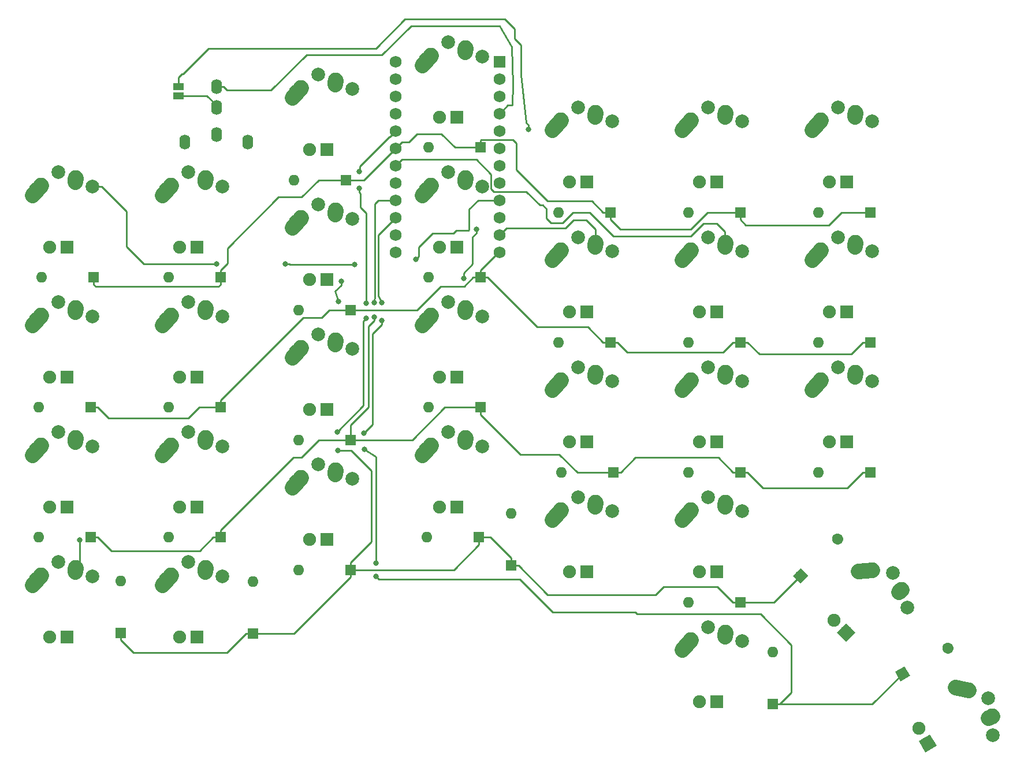
<source format=gbl>
G04 #@! TF.GenerationSoftware,KiCad,Pcbnew,(5.0.0)*
G04 #@! TF.CreationDate,2019-05-29T22:18:10-05:00*
G04 #@! TF.ProjectId,PCB,5043422E6B696361645F706362000000,rev?*
G04 #@! TF.SameCoordinates,Original*
G04 #@! TF.FileFunction,Copper,L2,Bot,Signal*
G04 #@! TF.FilePolarity,Positive*
%FSLAX46Y46*%
G04 Gerber Fmt 4.6, Leading zero omitted, Abs format (unit mm)*
G04 Created by KiCad (PCBNEW (5.0.0)) date 05/29/19 22:18:10*
%MOMM*%
%LPD*%
G01*
G04 APERTURE LIST*
G04 #@! TA.AperFunction,ComponentPad*
%ADD10C,2.250000*%
G04 #@! TD*
G04 #@! TA.AperFunction,Conductor*
%ADD11C,2.250000*%
G04 #@! TD*
G04 #@! TA.AperFunction,ComponentPad*
%ADD12C,2.000000*%
G04 #@! TD*
G04 #@! TA.AperFunction,ComponentPad*
%ADD13C,1.905000*%
G04 #@! TD*
G04 #@! TA.AperFunction,ComponentPad*
%ADD14R,1.905000X1.905000*%
G04 #@! TD*
G04 #@! TA.AperFunction,ComponentPad*
%ADD15R,1.600000X1.600000*%
G04 #@! TD*
G04 #@! TA.AperFunction,ComponentPad*
%ADD16O,1.600000X1.600000*%
G04 #@! TD*
G04 #@! TA.AperFunction,ComponentPad*
%ADD17C,1.600000*%
G04 #@! TD*
G04 #@! TA.AperFunction,Conductor*
%ADD18C,0.100000*%
G04 #@! TD*
G04 #@! TA.AperFunction,Conductor*
%ADD19C,1.600000*%
G04 #@! TD*
G04 #@! TA.AperFunction,ComponentPad*
%ADD20C,1.752600*%
G04 #@! TD*
G04 #@! TA.AperFunction,ComponentPad*
%ADD21R,1.752600X1.752600*%
G04 #@! TD*
G04 #@! TA.AperFunction,ComponentPad*
%ADD22O,1.600000X2.200000*%
G04 #@! TD*
G04 #@! TA.AperFunction,SMDPad,CuDef*
%ADD23R,1.500000X1.000000*%
G04 #@! TD*
G04 #@! TA.AperFunction,ViaPad*
%ADD24C,0.800000*%
G04 #@! TD*
G04 #@! TA.AperFunction,Conductor*
%ADD25C,0.250000*%
G04 #@! TD*
G04 APERTURE END LIST*
D10*
G04 #@! TO.P,K3,1*
G04 #@! TO.N,Col2*
X164444771Y-54741234D03*
D11*
G04 #@! TD*
G04 #@! TO.N,Col2*
G04 #@! TO.C,K3*
X164425000Y-55031250D02*
X164464542Y-54451218D01*
D10*
G04 #@! TO.P,K3,1*
G04 #@! TO.N,Col2*
X164465000Y-54451250D03*
G04 #@! TO.P,K3,2*
G04 #@! TO.N,Net-(D3-Pad2)*
X158769995Y-56261246D03*
D11*
G04 #@! TD*
G04 #@! TO.N,Net-(D3-Pad2)*
G04 #@! TO.C,K3*
X158115000Y-56991250D02*
X159424990Y-55531242D01*
D10*
G04 #@! TO.P,K3,2*
G04 #@! TO.N,Net-(D3-Pad2)*
X159425000Y-55531250D03*
D12*
G04 #@! TO.P,K3,1*
G04 #@! TO.N,Col2*
X166925000Y-55731250D03*
G04 #@! TO.P,K3,2*
G04 #@! TO.N,Net-(D3-Pad2)*
X161925000Y-53631250D03*
D13*
G04 #@! TO.P,K3,3*
G04 #@! TO.N,N/C*
X160655000Y-64611250D03*
D14*
G04 #@! TO.P,K3,4*
X163195000Y-64611250D03*
G04 #@! TD*
G04 #@! TO.P,K2,4*
G04 #@! TO.N,N/C*
X144145000Y-78898750D03*
D13*
G04 #@! TO.P,K2,3*
X141605000Y-78898750D03*
D12*
G04 #@! TO.P,K2,2*
G04 #@! TO.N,Net-(D2-Pad2)*
X142875000Y-67918750D03*
G04 #@! TO.P,K2,1*
G04 #@! TO.N,Col1*
X147875000Y-70018750D03*
D10*
G04 #@! TO.P,K2,2*
G04 #@! TO.N,Net-(D2-Pad2)*
X140375000Y-69818750D03*
X139719995Y-70548746D03*
D11*
G04 #@! TD*
G04 #@! TO.N,Net-(D2-Pad2)*
G04 #@! TO.C,K2*
X139065000Y-71278750D02*
X140374990Y-69818742D01*
D10*
G04 #@! TO.P,K2,1*
G04 #@! TO.N,Col1*
X145415000Y-68738750D03*
X145394771Y-69028734D03*
D11*
G04 #@! TD*
G04 #@! TO.N,Col1*
G04 #@! TO.C,K2*
X145375000Y-69318750D02*
X145414542Y-68738718D01*
D15*
G04 #@! TO.P,D1,1*
G04 #@! TO.N,Row0*
X129063750Y-83343750D03*
D16*
G04 #@! TO.P,D1,2*
G04 #@! TO.N,Net-(D1-Pad2)*
X121443750Y-83343750D03*
G04 #@! TD*
G04 #@! TO.P,D2,2*
G04 #@! TO.N,Net-(D2-Pad2)*
X140017500Y-83343750D03*
D15*
G04 #@! TO.P,D2,1*
G04 #@! TO.N,Row0*
X147637500Y-83343750D03*
G04 #@! TD*
G04 #@! TO.P,D3,1*
G04 #@! TO.N,Row0*
X165998389Y-69056250D03*
D16*
G04 #@! TO.P,D3,2*
G04 #@! TO.N,Net-(D3-Pad2)*
X158378389Y-69056250D03*
G04 #@! TD*
G04 #@! TO.P,D4,2*
G04 #@! TO.N,Net-(D4-Pad2)*
X178117500Y-64293750D03*
D15*
G04 #@! TO.P,D4,1*
G04 #@! TO.N,Row0*
X185737500Y-64293750D03*
G04 #@! TD*
G04 #@! TO.P,D5,1*
G04 #@! TO.N,Row0*
X204787500Y-73818750D03*
D16*
G04 #@! TO.P,D5,2*
G04 #@! TO.N,Net-(D5-Pad2)*
X197167500Y-73818750D03*
G04 #@! TD*
G04 #@! TO.P,D6,2*
G04 #@! TO.N,Net-(D6-Pad2)*
X216217500Y-73818750D03*
D15*
G04 #@! TO.P,D6,1*
G04 #@! TO.N,Row0*
X223837500Y-73818750D03*
G04 #@! TD*
G04 #@! TO.P,D7,1*
G04 #@! TO.N,Row0*
X242887500Y-73818750D03*
D16*
G04 #@! TO.P,D7,2*
G04 #@! TO.N,Net-(D7-Pad2)*
X235267500Y-73818750D03*
G04 #@! TD*
G04 #@! TO.P,D8,2*
G04 #@! TO.N,Net-(D8-Pad2)*
X120967500Y-102393750D03*
D15*
G04 #@! TO.P,D8,1*
G04 #@! TO.N,Row1*
X128587500Y-102393750D03*
G04 #@! TD*
G04 #@! TO.P,D9,1*
G04 #@! TO.N,Row1*
X147637500Y-102393750D03*
D16*
G04 #@! TO.P,D9,2*
G04 #@! TO.N,Net-(D9-Pad2)*
X140017500Y-102393750D03*
G04 #@! TD*
G04 #@! TO.P,D10,2*
G04 #@! TO.N,Net-(D10-Pad2)*
X159067500Y-88106250D03*
D15*
G04 #@! TO.P,D10,1*
G04 #@! TO.N,Row1*
X166687500Y-88106250D03*
G04 #@! TD*
G04 #@! TO.P,D11,1*
G04 #@! TO.N,Row1*
X185737500Y-83343750D03*
D16*
G04 #@! TO.P,D11,2*
G04 #@! TO.N,Net-(D11-Pad2)*
X178117500Y-83343750D03*
G04 #@! TD*
G04 #@! TO.P,D12,2*
G04 #@! TO.N,Net-(D12-Pad2)*
X197167500Y-92868750D03*
D15*
G04 #@! TO.P,D12,1*
G04 #@! TO.N,Row1*
X204787500Y-92868750D03*
G04 #@! TD*
G04 #@! TO.P,D13,1*
G04 #@! TO.N,Row1*
X223837500Y-92868750D03*
D16*
G04 #@! TO.P,D13,2*
G04 #@! TO.N,Net-(D13-Pad2)*
X216217500Y-92868750D03*
G04 #@! TD*
G04 #@! TO.P,D14,2*
G04 #@! TO.N,Net-(D14-Pad2)*
X235267500Y-92868750D03*
D15*
G04 #@! TO.P,D14,1*
G04 #@! TO.N,Row1*
X242887500Y-92868750D03*
G04 #@! TD*
G04 #@! TO.P,D15,1*
G04 #@! TO.N,Row2*
X128587500Y-121443750D03*
D16*
G04 #@! TO.P,D15,2*
G04 #@! TO.N,Net-(D15-Pad2)*
X120967500Y-121443750D03*
G04 #@! TD*
G04 #@! TO.P,D16,2*
G04 #@! TO.N,Net-(D16-Pad2)*
X140017500Y-121443750D03*
D15*
G04 #@! TO.P,D16,1*
G04 #@! TO.N,Row2*
X147637500Y-121443750D03*
G04 #@! TD*
G04 #@! TO.P,D17,1*
G04 #@! TO.N,Row2*
X166687500Y-107156250D03*
D16*
G04 #@! TO.P,D17,2*
G04 #@! TO.N,Net-(D17-Pad2)*
X159067500Y-107156250D03*
G04 #@! TD*
G04 #@! TO.P,D18,2*
G04 #@! TO.N,Net-(D18-Pad2)*
X178117500Y-102393750D03*
D15*
G04 #@! TO.P,D18,1*
G04 #@! TO.N,Row2*
X185737500Y-102393750D03*
G04 #@! TD*
G04 #@! TO.P,D19,1*
G04 #@! TO.N,Row2*
X205263750Y-111918750D03*
D16*
G04 #@! TO.P,D19,2*
G04 #@! TO.N,Net-(D19-Pad2)*
X197643750Y-111918750D03*
G04 #@! TD*
G04 #@! TO.P,D20,2*
G04 #@! TO.N,Net-(D20-Pad2)*
X216217500Y-111918750D03*
D15*
G04 #@! TO.P,D20,1*
G04 #@! TO.N,Row2*
X223837500Y-111918750D03*
G04 #@! TD*
G04 #@! TO.P,D21,1*
G04 #@! TO.N,Row2*
X242887500Y-111918750D03*
D16*
G04 #@! TO.P,D21,2*
G04 #@! TO.N,Net-(D21-Pad2)*
X235267500Y-111918750D03*
G04 #@! TD*
G04 #@! TO.P,D22,2*
G04 #@! TO.N,Net-(D22-Pad2)*
X133050000Y-127810000D03*
D15*
G04 #@! TO.P,D22,1*
G04 #@! TO.N,Row3*
X133050000Y-135430000D03*
G04 #@! TD*
G04 #@! TO.P,D23,1*
G04 #@! TO.N,Row3*
X152420000Y-135550000D03*
D16*
G04 #@! TO.P,D23,2*
G04 #@! TO.N,Net-(D23-Pad2)*
X152420000Y-127930000D03*
G04 #@! TD*
D15*
G04 #@! TO.P,D24,1*
G04 #@! TO.N,Row3*
X166687500Y-126206250D03*
D16*
G04 #@! TO.P,D24,2*
G04 #@! TO.N,Net-(D24-Pad2)*
X159067500Y-126206250D03*
G04 #@! TD*
G04 #@! TO.P,D25,2*
G04 #@! TO.N,Net-(D25-Pad2)*
X177918390Y-121443750D03*
D15*
G04 #@! TO.P,D25,1*
G04 #@! TO.N,Row3*
X185538390Y-121443750D03*
G04 #@! TD*
G04 #@! TO.P,D26,1*
G04 #@! TO.N,Row3*
X190260000Y-125540000D03*
D16*
G04 #@! TO.P,D26,2*
G04 #@! TO.N,Net-(D26-Pad2)*
X190260000Y-117920000D03*
G04 #@! TD*
G04 #@! TO.P,D27,2*
G04 #@! TO.N,Net-(D27-Pad2)*
X216217500Y-130968750D03*
D15*
G04 #@! TO.P,D27,1*
G04 #@! TO.N,Row3*
X223837500Y-130968750D03*
G04 #@! TD*
D17*
G04 #@! TO.P,D28,1*
G04 #@! TO.N,Row3*
X232680000Y-127080000D03*
D18*
G04 #@! TD*
G04 #@! TO.N,Row3*
G04 #@! TO.C,D28*
G36*
X232680000Y-128211371D02*
X231548629Y-127080000D01*
X232680000Y-125948629D01*
X233811371Y-127080000D01*
X232680000Y-128211371D01*
X232680000Y-128211371D01*
G37*
D17*
G04 #@! TO.P,D28,2*
G04 #@! TO.N,Net-(D28-Pad2)*
X238068154Y-121691846D03*
D19*
G04 #@! TD*
G04 #@! TO.N,Net-(D28-Pad2)*
G04 #@! TO.C,D28*
X238068154Y-121691846D02*
X238068154Y-121691846D01*
D16*
G04 #@! TO.P,D29,2*
G04 #@! TO.N,Net-(D29-Pad2)*
X228600000Y-138280000D03*
D15*
G04 #@! TO.P,D29,1*
G04 #@! TO.N,Row4*
X228600000Y-145900000D03*
G04 #@! TD*
D17*
G04 #@! TO.P,D30,2*
G04 #@! TO.N,Net-(D30-Pad2)*
X254229114Y-137660000D03*
D19*
G04 #@! TD*
G04 #@! TO.N,Net-(D30-Pad2)*
G04 #@! TO.C,D30*
X254229114Y-137660000D02*
X254229114Y-137660000D01*
D17*
G04 #@! TO.P,D30,1*
G04 #@! TO.N,Row4*
X247630000Y-141470000D03*
D18*
G04 #@! TD*
G04 #@! TO.N,Row4*
G04 #@! TO.C,D30*
G36*
X247337180Y-142562820D02*
X246537180Y-141177180D01*
X247922820Y-140377180D01*
X248722820Y-141762820D01*
X247337180Y-142562820D01*
X247337180Y-142562820D01*
G37*
D14*
G04 #@! TO.P,K1,4*
G04 #@! TO.N,N/C*
X125095000Y-78898750D03*
D13*
G04 #@! TO.P,K1,3*
X122555000Y-78898750D03*
D12*
G04 #@! TO.P,K1,2*
G04 #@! TO.N,Net-(D1-Pad2)*
X123825000Y-67918750D03*
G04 #@! TO.P,K1,1*
G04 #@! TO.N,Col0*
X128825000Y-70018750D03*
D10*
G04 #@! TO.P,K1,2*
G04 #@! TO.N,Net-(D1-Pad2)*
X121325000Y-69818750D03*
X120669995Y-70548746D03*
D11*
G04 #@! TD*
G04 #@! TO.N,Net-(D1-Pad2)*
G04 #@! TO.C,K1*
X120015000Y-71278750D02*
X121324990Y-69818742D01*
D10*
G04 #@! TO.P,K1,1*
G04 #@! TO.N,Col0*
X126365000Y-68738750D03*
X126344771Y-69028734D03*
D11*
G04 #@! TD*
G04 #@! TO.N,Col0*
G04 #@! TO.C,K1*
X126325000Y-69318750D02*
X126364542Y-68738718D01*
D14*
G04 #@! TO.P,K4,4*
G04 #@! TO.N,N/C*
X182245000Y-59848750D03*
D13*
G04 #@! TO.P,K4,3*
X179705000Y-59848750D03*
D12*
G04 #@! TO.P,K4,2*
G04 #@! TO.N,Net-(D4-Pad2)*
X180975000Y-48868750D03*
G04 #@! TO.P,K4,1*
G04 #@! TO.N,Col3*
X185975000Y-50968750D03*
D10*
G04 #@! TO.P,K4,2*
G04 #@! TO.N,Net-(D4-Pad2)*
X178475000Y-50768750D03*
X177819995Y-51498746D03*
D11*
G04 #@! TD*
G04 #@! TO.N,Net-(D4-Pad2)*
G04 #@! TO.C,K4*
X177165000Y-52228750D02*
X178474990Y-50768742D01*
D10*
G04 #@! TO.P,K4,1*
G04 #@! TO.N,Col3*
X183515000Y-49688750D03*
X183494771Y-49978734D03*
D11*
G04 #@! TD*
G04 #@! TO.N,Col3*
G04 #@! TO.C,K4*
X183475000Y-50268750D02*
X183514542Y-49688718D01*
D10*
G04 #@! TO.P,K5,1*
G04 #@! TO.N,Col4*
X202544771Y-59503734D03*
D11*
G04 #@! TD*
G04 #@! TO.N,Col4*
G04 #@! TO.C,K5*
X202525000Y-59793750D02*
X202564542Y-59213718D01*
D10*
G04 #@! TO.P,K5,1*
G04 #@! TO.N,Col4*
X202565000Y-59213750D03*
G04 #@! TO.P,K5,2*
G04 #@! TO.N,Net-(D5-Pad2)*
X196869995Y-61023746D03*
D11*
G04 #@! TD*
G04 #@! TO.N,Net-(D5-Pad2)*
G04 #@! TO.C,K5*
X196215000Y-61753750D02*
X197524990Y-60293742D01*
D10*
G04 #@! TO.P,K5,2*
G04 #@! TO.N,Net-(D5-Pad2)*
X197525000Y-60293750D03*
D12*
G04 #@! TO.P,K5,1*
G04 #@! TO.N,Col4*
X205025000Y-60493750D03*
G04 #@! TO.P,K5,2*
G04 #@! TO.N,Net-(D5-Pad2)*
X200025000Y-58393750D03*
D13*
G04 #@! TO.P,K5,3*
G04 #@! TO.N,N/C*
X198755000Y-69373750D03*
D14*
G04 #@! TO.P,K5,4*
X201295000Y-69373750D03*
G04 #@! TD*
G04 #@! TO.P,K6,4*
G04 #@! TO.N,N/C*
X220345000Y-69373750D03*
D13*
G04 #@! TO.P,K6,3*
X217805000Y-69373750D03*
D12*
G04 #@! TO.P,K6,2*
G04 #@! TO.N,Net-(D6-Pad2)*
X219075000Y-58393750D03*
G04 #@! TO.P,K6,1*
G04 #@! TO.N,Col5*
X224075000Y-60493750D03*
D10*
G04 #@! TO.P,K6,2*
G04 #@! TO.N,Net-(D6-Pad2)*
X216575000Y-60293750D03*
X215919995Y-61023746D03*
D11*
G04 #@! TD*
G04 #@! TO.N,Net-(D6-Pad2)*
G04 #@! TO.C,K6*
X215265000Y-61753750D02*
X216574990Y-60293742D01*
D10*
G04 #@! TO.P,K6,1*
G04 #@! TO.N,Col5*
X221615000Y-59213750D03*
X221594771Y-59503734D03*
D11*
G04 #@! TD*
G04 #@! TO.N,Col5*
G04 #@! TO.C,K6*
X221575000Y-59793750D02*
X221614542Y-59213718D01*
D10*
G04 #@! TO.P,K7,1*
G04 #@! TO.N,Col6*
X240644771Y-59503734D03*
D11*
G04 #@! TD*
G04 #@! TO.N,Col6*
G04 #@! TO.C,K7*
X240625000Y-59793750D02*
X240664542Y-59213718D01*
D10*
G04 #@! TO.P,K7,1*
G04 #@! TO.N,Col6*
X240665000Y-59213750D03*
G04 #@! TO.P,K7,2*
G04 #@! TO.N,Net-(D7-Pad2)*
X234969995Y-61023746D03*
D11*
G04 #@! TD*
G04 #@! TO.N,Net-(D7-Pad2)*
G04 #@! TO.C,K7*
X234315000Y-61753750D02*
X235624990Y-60293742D01*
D10*
G04 #@! TO.P,K7,2*
G04 #@! TO.N,Net-(D7-Pad2)*
X235625000Y-60293750D03*
D12*
G04 #@! TO.P,K7,1*
G04 #@! TO.N,Col6*
X243125000Y-60493750D03*
G04 #@! TO.P,K7,2*
G04 #@! TO.N,Net-(D7-Pad2)*
X238125000Y-58393750D03*
D13*
G04 #@! TO.P,K7,3*
G04 #@! TO.N,N/C*
X236855000Y-69373750D03*
D14*
G04 #@! TO.P,K7,4*
X239395000Y-69373750D03*
G04 #@! TD*
D10*
G04 #@! TO.P,K8,1*
G04 #@! TO.N,Col0*
X126344771Y-88078734D03*
D11*
G04 #@! TD*
G04 #@! TO.N,Col0*
G04 #@! TO.C,K8*
X126325000Y-88368750D02*
X126364542Y-87788718D01*
D10*
G04 #@! TO.P,K8,1*
G04 #@! TO.N,Col0*
X126365000Y-87788750D03*
G04 #@! TO.P,K8,2*
G04 #@! TO.N,Net-(D8-Pad2)*
X120669995Y-89598746D03*
D11*
G04 #@! TD*
G04 #@! TO.N,Net-(D8-Pad2)*
G04 #@! TO.C,K8*
X120015000Y-90328750D02*
X121324990Y-88868742D01*
D10*
G04 #@! TO.P,K8,2*
G04 #@! TO.N,Net-(D8-Pad2)*
X121325000Y-88868750D03*
D12*
G04 #@! TO.P,K8,1*
G04 #@! TO.N,Col0*
X128825000Y-89068750D03*
G04 #@! TO.P,K8,2*
G04 #@! TO.N,Net-(D8-Pad2)*
X123825000Y-86968750D03*
D13*
G04 #@! TO.P,K8,3*
G04 #@! TO.N,N/C*
X122555000Y-97948750D03*
D14*
G04 #@! TO.P,K8,4*
X125095000Y-97948750D03*
G04 #@! TD*
G04 #@! TO.P,K9,4*
G04 #@! TO.N,N/C*
X144145000Y-97948750D03*
D13*
G04 #@! TO.P,K9,3*
X141605000Y-97948750D03*
D12*
G04 #@! TO.P,K9,2*
G04 #@! TO.N,Net-(D9-Pad2)*
X142875000Y-86968750D03*
G04 #@! TO.P,K9,1*
G04 #@! TO.N,Col1*
X147875000Y-89068750D03*
D10*
G04 #@! TO.P,K9,2*
G04 #@! TO.N,Net-(D9-Pad2)*
X140375000Y-88868750D03*
X139719995Y-89598746D03*
D11*
G04 #@! TD*
G04 #@! TO.N,Net-(D9-Pad2)*
G04 #@! TO.C,K9*
X139065000Y-90328750D02*
X140374990Y-88868742D01*
D10*
G04 #@! TO.P,K9,1*
G04 #@! TO.N,Col1*
X145415000Y-87788750D03*
X145394771Y-88078734D03*
D11*
G04 #@! TD*
G04 #@! TO.N,Col1*
G04 #@! TO.C,K9*
X145375000Y-88368750D02*
X145414542Y-87788718D01*
D10*
G04 #@! TO.P,K10,1*
G04 #@! TO.N,Col2*
X164444771Y-73791234D03*
D11*
G04 #@! TD*
G04 #@! TO.N,Col2*
G04 #@! TO.C,K10*
X164425000Y-74081250D02*
X164464542Y-73501218D01*
D10*
G04 #@! TO.P,K10,1*
G04 #@! TO.N,Col2*
X164465000Y-73501250D03*
G04 #@! TO.P,K10,2*
G04 #@! TO.N,Net-(D10-Pad2)*
X158769995Y-75311246D03*
D11*
G04 #@! TD*
G04 #@! TO.N,Net-(D10-Pad2)*
G04 #@! TO.C,K10*
X158115000Y-76041250D02*
X159424990Y-74581242D01*
D10*
G04 #@! TO.P,K10,2*
G04 #@! TO.N,Net-(D10-Pad2)*
X159425000Y-74581250D03*
D12*
G04 #@! TO.P,K10,1*
G04 #@! TO.N,Col2*
X166925000Y-74781250D03*
G04 #@! TO.P,K10,2*
G04 #@! TO.N,Net-(D10-Pad2)*
X161925000Y-72681250D03*
D13*
G04 #@! TO.P,K10,3*
G04 #@! TO.N,N/C*
X160655000Y-83661250D03*
D14*
G04 #@! TO.P,K10,4*
X163195000Y-83661250D03*
G04 #@! TD*
G04 #@! TO.P,K11,4*
G04 #@! TO.N,N/C*
X182245000Y-78898750D03*
D13*
G04 #@! TO.P,K11,3*
X179705000Y-78898750D03*
D12*
G04 #@! TO.P,K11,2*
G04 #@! TO.N,Net-(D11-Pad2)*
X180975000Y-67918750D03*
G04 #@! TO.P,K11,1*
G04 #@! TO.N,Col3*
X185975000Y-70018750D03*
D10*
G04 #@! TO.P,K11,2*
G04 #@! TO.N,Net-(D11-Pad2)*
X178475000Y-69818750D03*
X177819995Y-70548746D03*
D11*
G04 #@! TD*
G04 #@! TO.N,Net-(D11-Pad2)*
G04 #@! TO.C,K11*
X177165000Y-71278750D02*
X178474990Y-69818742D01*
D10*
G04 #@! TO.P,K11,1*
G04 #@! TO.N,Col3*
X183515000Y-68738750D03*
X183494771Y-69028734D03*
D11*
G04 #@! TD*
G04 #@! TO.N,Col3*
G04 #@! TO.C,K11*
X183475000Y-69318750D02*
X183514542Y-68738718D01*
D10*
G04 #@! TO.P,K12,1*
G04 #@! TO.N,Col4*
X202544771Y-78553734D03*
D11*
G04 #@! TD*
G04 #@! TO.N,Col4*
G04 #@! TO.C,K12*
X202525000Y-78843750D02*
X202564542Y-78263718D01*
D10*
G04 #@! TO.P,K12,1*
G04 #@! TO.N,Col4*
X202565000Y-78263750D03*
G04 #@! TO.P,K12,2*
G04 #@! TO.N,Net-(D12-Pad2)*
X196869995Y-80073746D03*
D11*
G04 #@! TD*
G04 #@! TO.N,Net-(D12-Pad2)*
G04 #@! TO.C,K12*
X196215000Y-80803750D02*
X197524990Y-79343742D01*
D10*
G04 #@! TO.P,K12,2*
G04 #@! TO.N,Net-(D12-Pad2)*
X197525000Y-79343750D03*
D12*
G04 #@! TO.P,K12,1*
G04 #@! TO.N,Col4*
X205025000Y-79543750D03*
G04 #@! TO.P,K12,2*
G04 #@! TO.N,Net-(D12-Pad2)*
X200025000Y-77443750D03*
D13*
G04 #@! TO.P,K12,3*
G04 #@! TO.N,N/C*
X198755000Y-88423750D03*
D14*
G04 #@! TO.P,K12,4*
X201295000Y-88423750D03*
G04 #@! TD*
G04 #@! TO.P,K13,4*
G04 #@! TO.N,N/C*
X220345000Y-88423750D03*
D13*
G04 #@! TO.P,K13,3*
X217805000Y-88423750D03*
D12*
G04 #@! TO.P,K13,2*
G04 #@! TO.N,Net-(D13-Pad2)*
X219075000Y-77443750D03*
G04 #@! TO.P,K13,1*
G04 #@! TO.N,Col5*
X224075000Y-79543750D03*
D10*
G04 #@! TO.P,K13,2*
G04 #@! TO.N,Net-(D13-Pad2)*
X216575000Y-79343750D03*
X215919995Y-80073746D03*
D11*
G04 #@! TD*
G04 #@! TO.N,Net-(D13-Pad2)*
G04 #@! TO.C,K13*
X215265000Y-80803750D02*
X216574990Y-79343742D01*
D10*
G04 #@! TO.P,K13,1*
G04 #@! TO.N,Col5*
X221615000Y-78263750D03*
X221594771Y-78553734D03*
D11*
G04 #@! TD*
G04 #@! TO.N,Col5*
G04 #@! TO.C,K13*
X221575000Y-78843750D02*
X221614542Y-78263718D01*
D10*
G04 #@! TO.P,K14,1*
G04 #@! TO.N,Col6*
X240644771Y-78553734D03*
D11*
G04 #@! TD*
G04 #@! TO.N,Col6*
G04 #@! TO.C,K14*
X240625000Y-78843750D02*
X240664542Y-78263718D01*
D10*
G04 #@! TO.P,K14,1*
G04 #@! TO.N,Col6*
X240665000Y-78263750D03*
G04 #@! TO.P,K14,2*
G04 #@! TO.N,Net-(D14-Pad2)*
X234969995Y-80073746D03*
D11*
G04 #@! TD*
G04 #@! TO.N,Net-(D14-Pad2)*
G04 #@! TO.C,K14*
X234315000Y-80803750D02*
X235624990Y-79343742D01*
D10*
G04 #@! TO.P,K14,2*
G04 #@! TO.N,Net-(D14-Pad2)*
X235625000Y-79343750D03*
D12*
G04 #@! TO.P,K14,1*
G04 #@! TO.N,Col6*
X243125000Y-79543750D03*
G04 #@! TO.P,K14,2*
G04 #@! TO.N,Net-(D14-Pad2)*
X238125000Y-77443750D03*
D13*
G04 #@! TO.P,K14,3*
G04 #@! TO.N,N/C*
X236855000Y-88423750D03*
D14*
G04 #@! TO.P,K14,4*
X239395000Y-88423750D03*
G04 #@! TD*
G04 #@! TO.P,K15,4*
G04 #@! TO.N,N/C*
X125095000Y-116998750D03*
D13*
G04 #@! TO.P,K15,3*
X122555000Y-116998750D03*
D12*
G04 #@! TO.P,K15,2*
G04 #@! TO.N,Net-(D15-Pad2)*
X123825000Y-106018750D03*
G04 #@! TO.P,K15,1*
G04 #@! TO.N,Col0*
X128825000Y-108118750D03*
D10*
G04 #@! TO.P,K15,2*
G04 #@! TO.N,Net-(D15-Pad2)*
X121325000Y-107918750D03*
X120669995Y-108648746D03*
D11*
G04 #@! TD*
G04 #@! TO.N,Net-(D15-Pad2)*
G04 #@! TO.C,K15*
X120015000Y-109378750D02*
X121324990Y-107918742D01*
D10*
G04 #@! TO.P,K15,1*
G04 #@! TO.N,Col0*
X126365000Y-106838750D03*
X126344771Y-107128734D03*
D11*
G04 #@! TD*
G04 #@! TO.N,Col0*
G04 #@! TO.C,K15*
X126325000Y-107418750D02*
X126364542Y-106838718D01*
D10*
G04 #@! TO.P,K16,1*
G04 #@! TO.N,Col1*
X145394771Y-107128734D03*
D11*
G04 #@! TD*
G04 #@! TO.N,Col1*
G04 #@! TO.C,K16*
X145375000Y-107418750D02*
X145414542Y-106838718D01*
D10*
G04 #@! TO.P,K16,1*
G04 #@! TO.N,Col1*
X145415000Y-106838750D03*
G04 #@! TO.P,K16,2*
G04 #@! TO.N,Net-(D16-Pad2)*
X139719995Y-108648746D03*
D11*
G04 #@! TD*
G04 #@! TO.N,Net-(D16-Pad2)*
G04 #@! TO.C,K16*
X139065000Y-109378750D02*
X140374990Y-107918742D01*
D10*
G04 #@! TO.P,K16,2*
G04 #@! TO.N,Net-(D16-Pad2)*
X140375000Y-107918750D03*
D12*
G04 #@! TO.P,K16,1*
G04 #@! TO.N,Col1*
X147875000Y-108118750D03*
G04 #@! TO.P,K16,2*
G04 #@! TO.N,Net-(D16-Pad2)*
X142875000Y-106018750D03*
D13*
G04 #@! TO.P,K16,3*
G04 #@! TO.N,N/C*
X141605000Y-116998750D03*
D14*
G04 #@! TO.P,K16,4*
X144145000Y-116998750D03*
G04 #@! TD*
D10*
G04 #@! TO.P,K17,1*
G04 #@! TO.N,Col2*
X164444771Y-92841234D03*
D11*
G04 #@! TD*
G04 #@! TO.N,Col2*
G04 #@! TO.C,K17*
X164425000Y-93131250D02*
X164464542Y-92551218D01*
D10*
G04 #@! TO.P,K17,1*
G04 #@! TO.N,Col2*
X164465000Y-92551250D03*
G04 #@! TO.P,K17,2*
G04 #@! TO.N,Net-(D17-Pad2)*
X158769995Y-94361246D03*
D11*
G04 #@! TD*
G04 #@! TO.N,Net-(D17-Pad2)*
G04 #@! TO.C,K17*
X158115000Y-95091250D02*
X159424990Y-93631242D01*
D10*
G04 #@! TO.P,K17,2*
G04 #@! TO.N,Net-(D17-Pad2)*
X159425000Y-93631250D03*
D12*
G04 #@! TO.P,K17,1*
G04 #@! TO.N,Col2*
X166925000Y-93831250D03*
G04 #@! TO.P,K17,2*
G04 #@! TO.N,Net-(D17-Pad2)*
X161925000Y-91731250D03*
D13*
G04 #@! TO.P,K17,3*
G04 #@! TO.N,N/C*
X160655000Y-102711250D03*
D14*
G04 #@! TO.P,K17,4*
X163195000Y-102711250D03*
G04 #@! TD*
G04 #@! TO.P,K18,4*
G04 #@! TO.N,N/C*
X182245000Y-97948750D03*
D13*
G04 #@! TO.P,K18,3*
X179705000Y-97948750D03*
D12*
G04 #@! TO.P,K18,2*
G04 #@! TO.N,Net-(D18-Pad2)*
X180975000Y-86968750D03*
G04 #@! TO.P,K18,1*
G04 #@! TO.N,Col3*
X185975000Y-89068750D03*
D10*
G04 #@! TO.P,K18,2*
G04 #@! TO.N,Net-(D18-Pad2)*
X178475000Y-88868750D03*
X177819995Y-89598746D03*
D11*
G04 #@! TD*
G04 #@! TO.N,Net-(D18-Pad2)*
G04 #@! TO.C,K18*
X177165000Y-90328750D02*
X178474990Y-88868742D01*
D10*
G04 #@! TO.P,K18,1*
G04 #@! TO.N,Col3*
X183515000Y-87788750D03*
X183494771Y-88078734D03*
D11*
G04 #@! TD*
G04 #@! TO.N,Col3*
G04 #@! TO.C,K18*
X183475000Y-88368750D02*
X183514542Y-87788718D01*
D10*
G04 #@! TO.P,K19,1*
G04 #@! TO.N,Col4*
X202544771Y-97603734D03*
D11*
G04 #@! TD*
G04 #@! TO.N,Col4*
G04 #@! TO.C,K19*
X202525000Y-97893750D02*
X202564542Y-97313718D01*
D10*
G04 #@! TO.P,K19,1*
G04 #@! TO.N,Col4*
X202565000Y-97313750D03*
G04 #@! TO.P,K19,2*
G04 #@! TO.N,Net-(D19-Pad2)*
X196869995Y-99123746D03*
D11*
G04 #@! TD*
G04 #@! TO.N,Net-(D19-Pad2)*
G04 #@! TO.C,K19*
X196215000Y-99853750D02*
X197524990Y-98393742D01*
D10*
G04 #@! TO.P,K19,2*
G04 #@! TO.N,Net-(D19-Pad2)*
X197525000Y-98393750D03*
D12*
G04 #@! TO.P,K19,1*
G04 #@! TO.N,Col4*
X205025000Y-98593750D03*
G04 #@! TO.P,K19,2*
G04 #@! TO.N,Net-(D19-Pad2)*
X200025000Y-96493750D03*
D13*
G04 #@! TO.P,K19,3*
G04 #@! TO.N,N/C*
X198755000Y-107473750D03*
D14*
G04 #@! TO.P,K19,4*
X201295000Y-107473750D03*
G04 #@! TD*
G04 #@! TO.P,K20,4*
G04 #@! TO.N,N/C*
X220345000Y-107473750D03*
D13*
G04 #@! TO.P,K20,3*
X217805000Y-107473750D03*
D12*
G04 #@! TO.P,K20,2*
G04 #@! TO.N,Net-(D20-Pad2)*
X219075000Y-96493750D03*
G04 #@! TO.P,K20,1*
G04 #@! TO.N,Col5*
X224075000Y-98593750D03*
D10*
G04 #@! TO.P,K20,2*
G04 #@! TO.N,Net-(D20-Pad2)*
X216575000Y-98393750D03*
X215919995Y-99123746D03*
D11*
G04 #@! TD*
G04 #@! TO.N,Net-(D20-Pad2)*
G04 #@! TO.C,K20*
X215265000Y-99853750D02*
X216574990Y-98393742D01*
D10*
G04 #@! TO.P,K20,1*
G04 #@! TO.N,Col5*
X221615000Y-97313750D03*
X221594771Y-97603734D03*
D11*
G04 #@! TD*
G04 #@! TO.N,Col5*
G04 #@! TO.C,K20*
X221575000Y-97893750D02*
X221614542Y-97313718D01*
D10*
G04 #@! TO.P,K21,1*
G04 #@! TO.N,Col6*
X240644771Y-97603734D03*
D11*
G04 #@! TD*
G04 #@! TO.N,Col6*
G04 #@! TO.C,K21*
X240625000Y-97893750D02*
X240664542Y-97313718D01*
D10*
G04 #@! TO.P,K21,1*
G04 #@! TO.N,Col6*
X240665000Y-97313750D03*
G04 #@! TO.P,K21,2*
G04 #@! TO.N,Net-(D21-Pad2)*
X234969995Y-99123746D03*
D11*
G04 #@! TD*
G04 #@! TO.N,Net-(D21-Pad2)*
G04 #@! TO.C,K21*
X234315000Y-99853750D02*
X235624990Y-98393742D01*
D10*
G04 #@! TO.P,K21,2*
G04 #@! TO.N,Net-(D21-Pad2)*
X235625000Y-98393750D03*
D12*
G04 #@! TO.P,K21,1*
G04 #@! TO.N,Col6*
X243125000Y-98593750D03*
G04 #@! TO.P,K21,2*
G04 #@! TO.N,Net-(D21-Pad2)*
X238125000Y-96493750D03*
D13*
G04 #@! TO.P,K21,3*
G04 #@! TO.N,N/C*
X236855000Y-107473750D03*
D14*
G04 #@! TO.P,K21,4*
X239395000Y-107473750D03*
G04 #@! TD*
G04 #@! TO.P,K22,4*
G04 #@! TO.N,N/C*
X125095000Y-136048750D03*
D13*
G04 #@! TO.P,K22,3*
X122555000Y-136048750D03*
D12*
G04 #@! TO.P,K22,2*
G04 #@! TO.N,Net-(D22-Pad2)*
X123825000Y-125068750D03*
G04 #@! TO.P,K22,1*
G04 #@! TO.N,Col0*
X128825000Y-127168750D03*
D10*
G04 #@! TO.P,K22,2*
G04 #@! TO.N,Net-(D22-Pad2)*
X121325000Y-126968750D03*
X120669995Y-127698746D03*
D11*
G04 #@! TD*
G04 #@! TO.N,Net-(D22-Pad2)*
G04 #@! TO.C,K22*
X120015000Y-128428750D02*
X121324990Y-126968742D01*
D10*
G04 #@! TO.P,K22,1*
G04 #@! TO.N,Col0*
X126365000Y-125888750D03*
X126344771Y-126178734D03*
D11*
G04 #@! TD*
G04 #@! TO.N,Col0*
G04 #@! TO.C,K22*
X126325000Y-126468750D02*
X126364542Y-125888718D01*
D10*
G04 #@! TO.P,K23,1*
G04 #@! TO.N,Col1*
X145394771Y-126178734D03*
D11*
G04 #@! TD*
G04 #@! TO.N,Col1*
G04 #@! TO.C,K23*
X145375000Y-126468750D02*
X145414542Y-125888718D01*
D10*
G04 #@! TO.P,K23,1*
G04 #@! TO.N,Col1*
X145415000Y-125888750D03*
G04 #@! TO.P,K23,2*
G04 #@! TO.N,Net-(D23-Pad2)*
X139719995Y-127698746D03*
D11*
G04 #@! TD*
G04 #@! TO.N,Net-(D23-Pad2)*
G04 #@! TO.C,K23*
X139065000Y-128428750D02*
X140374990Y-126968742D01*
D10*
G04 #@! TO.P,K23,2*
G04 #@! TO.N,Net-(D23-Pad2)*
X140375000Y-126968750D03*
D12*
G04 #@! TO.P,K23,1*
G04 #@! TO.N,Col1*
X147875000Y-127168750D03*
G04 #@! TO.P,K23,2*
G04 #@! TO.N,Net-(D23-Pad2)*
X142875000Y-125068750D03*
D13*
G04 #@! TO.P,K23,3*
G04 #@! TO.N,N/C*
X141605000Y-136048750D03*
D14*
G04 #@! TO.P,K23,4*
X144145000Y-136048750D03*
G04 #@! TD*
G04 #@! TO.P,K24,4*
G04 #@! TO.N,N/C*
X163195000Y-121761250D03*
D13*
G04 #@! TO.P,K24,3*
X160655000Y-121761250D03*
D12*
G04 #@! TO.P,K24,2*
G04 #@! TO.N,Net-(D24-Pad2)*
X161925000Y-110781250D03*
G04 #@! TO.P,K24,1*
G04 #@! TO.N,Col2*
X166925000Y-112881250D03*
D10*
G04 #@! TO.P,K24,2*
G04 #@! TO.N,Net-(D24-Pad2)*
X159425000Y-112681250D03*
X158769995Y-113411246D03*
D11*
G04 #@! TD*
G04 #@! TO.N,Net-(D24-Pad2)*
G04 #@! TO.C,K24*
X158115000Y-114141250D02*
X159424990Y-112681242D01*
D10*
G04 #@! TO.P,K24,1*
G04 #@! TO.N,Col2*
X164465000Y-111601250D03*
X164444771Y-111891234D03*
D11*
G04 #@! TD*
G04 #@! TO.N,Col2*
G04 #@! TO.C,K24*
X164425000Y-112181250D02*
X164464542Y-111601218D01*
D10*
G04 #@! TO.P,K25,1*
G04 #@! TO.N,Col3*
X183494771Y-107128734D03*
D11*
G04 #@! TD*
G04 #@! TO.N,Col3*
G04 #@! TO.C,K25*
X183475000Y-107418750D02*
X183514542Y-106838718D01*
D10*
G04 #@! TO.P,K25,1*
G04 #@! TO.N,Col3*
X183515000Y-106838750D03*
G04 #@! TO.P,K25,2*
G04 #@! TO.N,Net-(D25-Pad2)*
X177819995Y-108648746D03*
D11*
G04 #@! TD*
G04 #@! TO.N,Net-(D25-Pad2)*
G04 #@! TO.C,K25*
X177165000Y-109378750D02*
X178474990Y-107918742D01*
D10*
G04 #@! TO.P,K25,2*
G04 #@! TO.N,Net-(D25-Pad2)*
X178475000Y-107918750D03*
D12*
G04 #@! TO.P,K25,1*
G04 #@! TO.N,Col3*
X185975000Y-108118750D03*
G04 #@! TO.P,K25,2*
G04 #@! TO.N,Net-(D25-Pad2)*
X180975000Y-106018750D03*
D13*
G04 #@! TO.P,K25,3*
G04 #@! TO.N,N/C*
X179705000Y-116998750D03*
D14*
G04 #@! TO.P,K25,4*
X182245000Y-116998750D03*
G04 #@! TD*
G04 #@! TO.P,K26,4*
G04 #@! TO.N,N/C*
X201295000Y-126523750D03*
D13*
G04 #@! TO.P,K26,3*
X198755000Y-126523750D03*
D12*
G04 #@! TO.P,K26,2*
G04 #@! TO.N,Net-(D26-Pad2)*
X200025000Y-115543750D03*
G04 #@! TO.P,K26,1*
G04 #@! TO.N,Col4*
X205025000Y-117643750D03*
D10*
G04 #@! TO.P,K26,2*
G04 #@! TO.N,Net-(D26-Pad2)*
X197525000Y-117443750D03*
X196869995Y-118173746D03*
D11*
G04 #@! TD*
G04 #@! TO.N,Net-(D26-Pad2)*
G04 #@! TO.C,K26*
X196215000Y-118903750D02*
X197524990Y-117443742D01*
D10*
G04 #@! TO.P,K26,1*
G04 #@! TO.N,Col4*
X202565000Y-116363750D03*
X202544771Y-116653734D03*
D11*
G04 #@! TD*
G04 #@! TO.N,Col4*
G04 #@! TO.C,K26*
X202525000Y-116943750D02*
X202564542Y-116363718D01*
D10*
G04 #@! TO.P,K27,1*
G04 #@! TO.N,Col5*
X221594771Y-116653734D03*
D11*
G04 #@! TD*
G04 #@! TO.N,Col5*
G04 #@! TO.C,K27*
X221575000Y-116943750D02*
X221614542Y-116363718D01*
D10*
G04 #@! TO.P,K27,1*
G04 #@! TO.N,Col5*
X221615000Y-116363750D03*
G04 #@! TO.P,K27,2*
G04 #@! TO.N,Net-(D27-Pad2)*
X215919995Y-118173746D03*
D11*
G04 #@! TD*
G04 #@! TO.N,Net-(D27-Pad2)*
G04 #@! TO.C,K27*
X215265000Y-118903750D02*
X216574990Y-117443742D01*
D10*
G04 #@! TO.P,K27,2*
G04 #@! TO.N,Net-(D27-Pad2)*
X216575000Y-117443750D03*
D12*
G04 #@! TO.P,K27,1*
G04 #@! TO.N,Col5*
X224075000Y-117643750D03*
G04 #@! TO.P,K27,2*
G04 #@! TO.N,Net-(D27-Pad2)*
X219075000Y-115543750D03*
D13*
G04 #@! TO.P,K27,3*
G04 #@! TO.N,N/C*
X217805000Y-126523750D03*
D14*
G04 #@! TO.P,K27,4*
X220345000Y-126523750D03*
G04 #@! TD*
D13*
G04 #@! TO.P,K28,4*
G04 #@! TO.N,N/C*
X239370923Y-135363878D03*
D18*
G04 #@! TD*
G04 #@! TO.N,N/C*
G04 #@! TO.C,K28*
G36*
X238023885Y-135363878D02*
X239370923Y-134016840D01*
X240717961Y-135363878D01*
X239370923Y-136710916D01*
X238023885Y-135363878D01*
X238023885Y-135363878D01*
G37*
D13*
G04 #@! TO.P,K28,3*
G04 #@! TO.N,N/C*
X237574872Y-133567827D03*
D12*
G04 #@! TO.P,K28,2*
G04 #@! TO.N,Net-(D28-Pad2)*
X246236930Y-126701820D03*
G04 #@! TO.P,K28,1*
G04 #@! TO.N,Col6*
X248287540Y-131722278D03*
D10*
G04 #@! TO.P,K28,2*
G04 #@! TO.N,Net-(D28-Pad2)*
X243125660Y-126277556D03*
X242146317Y-126330583D03*
D11*
G04 #@! TD*
G04 #@! TO.N,Net-(D28-Pad2)*
G04 #@! TO.C,K28*
X241166974Y-126383622D02*
X243125660Y-126277544D01*
D10*
G04 #@! TO.P,K28,1*
G04 #@! TO.N,Col6*
X247453154Y-129077699D03*
X247233800Y-129268444D03*
D11*
G04 #@! TD*
G04 #@! TO.N,Col6*
G04 #@! TO.C,K28*
X247014747Y-129459536D02*
X247452853Y-129077352D01*
D10*
G04 #@! TO.P,K29,1*
G04 #@! TO.N,Col5*
X221594771Y-135703734D03*
D11*
G04 #@! TD*
G04 #@! TO.N,Col5*
G04 #@! TO.C,K29*
X221575000Y-135993750D02*
X221614542Y-135413718D01*
D10*
G04 #@! TO.P,K29,1*
G04 #@! TO.N,Col5*
X221615000Y-135413750D03*
G04 #@! TO.P,K29,2*
G04 #@! TO.N,Net-(D29-Pad2)*
X215919995Y-137223746D03*
D11*
G04 #@! TD*
G04 #@! TO.N,Net-(D29-Pad2)*
G04 #@! TO.C,K29*
X215265000Y-137953750D02*
X216574990Y-136493742D01*
D10*
G04 #@! TO.P,K29,2*
G04 #@! TO.N,Net-(D29-Pad2)*
X216575000Y-136493750D03*
D12*
G04 #@! TO.P,K29,1*
G04 #@! TO.N,Col5*
X224075000Y-136693750D03*
G04 #@! TO.P,K29,2*
G04 #@! TO.N,Net-(D29-Pad2)*
X219075000Y-134593750D03*
D13*
G04 #@! TO.P,K29,3*
G04 #@! TO.N,N/C*
X217805000Y-145573750D03*
D14*
G04 #@! TO.P,K29,4*
X220345000Y-145573750D03*
G04 #@! TD*
D13*
G04 #@! TO.P,K30,4*
G04 #@! TO.N,N/C*
X251305591Y-151659852D03*
D18*
G04 #@! TD*
G04 #@! TO.N,N/C*
G04 #@! TO.C,K30*
G36*
X250004452Y-151311213D02*
X251654230Y-150358713D01*
X252606730Y-152008491D01*
X250956952Y-152960991D01*
X250004452Y-151311213D01*
X250004452Y-151311213D01*
G37*
D13*
G04 #@! TO.P,K30,3*
G04 #@! TO.N,N/C*
X250035591Y-149460148D03*
D12*
G04 #@! TO.P,K30,2*
G04 #@! TO.N,Net-(D30-Pad2)*
X260179550Y-145070000D03*
G04 #@! TO.P,K30,1*
G04 #@! TO.N,Col6*
X260860897Y-150450127D03*
D10*
G04 #@! TO.P,K30,2*
G04 #@! TO.N,Net-(D30-Pad2)*
X257284102Y-143854936D03*
X256324405Y-143652684D03*
D11*
G04 #@! TD*
G04 #@! TO.N,Net-(D30-Pad2)*
G04 #@! TO.C,K30*
X255364705Y-143450443D02*
X257284105Y-143854925D01*
D10*
G04 #@! TO.P,K30,1*
G04 #@! TO.N,Col6*
X260739409Y-147679705D03*
X260478161Y-147807179D03*
D11*
G04 #@! TD*
G04 #@! TO.N,Col6*
G04 #@! TO.C,K30*
X260217114Y-147935064D02*
X260739208Y-147679294D01*
D20*
G04 #@! TO.P,U1,24*
G04 #@! TO.N,Breakout*
X173330000Y-51700000D03*
G04 #@! TO.P,U1,12*
G04 #@! TO.N,Row1*
X188570000Y-79640000D03*
G04 #@! TO.P,U1,23*
G04 #@! TO.N,RGBGnd*
X173330000Y-54240000D03*
G04 #@! TO.P,U1,22*
G04 #@! TO.N,Breakout*
X173330000Y-56780000D03*
G04 #@! TO.P,U1,21*
G04 #@! TO.N,CommVCCandRGBVCC*
X173330000Y-59320000D03*
G04 #@! TO.P,U1,20*
G04 #@! TO.N,Row3*
X173330000Y-61860000D03*
G04 #@! TO.P,U1,19*
G04 #@! TO.N,Row0*
X173330000Y-64400000D03*
G04 #@! TO.P,U1,18*
G04 #@! TO.N,Col5*
X173330000Y-66940000D03*
G04 #@! TO.P,U1,17*
G04 #@! TO.N,Col2*
X173330000Y-69480000D03*
G04 #@! TO.P,U1,16*
G04 #@! TO.N,Row2*
X173330000Y-72020000D03*
G04 #@! TO.P,U1,15*
G04 #@! TO.N,Row4*
X173330000Y-74560000D03*
G04 #@! TO.P,U1,14*
G04 #@! TO.N,Breakout*
X173330000Y-77100000D03*
G04 #@! TO.P,U1,13*
X173330000Y-79640000D03*
G04 #@! TO.P,U1,11*
G04 #@! TO.N,Col4*
X188570000Y-77100000D03*
G04 #@! TO.P,U1,10*
G04 #@! TO.N,Col1*
X188570000Y-74560000D03*
G04 #@! TO.P,U1,9*
G04 #@! TO.N,Col0*
X188570000Y-72020000D03*
G04 #@! TO.P,U1,8*
G04 #@! TO.N,RGB*
X188570000Y-69480000D03*
G04 #@! TO.P,U1,7*
G04 #@! TO.N,Col3*
X188570000Y-66940000D03*
G04 #@! TO.P,U1,6*
G04 #@! TO.N,Col6*
X188570000Y-64400000D03*
G04 #@! TO.P,U1,5*
G04 #@! TO.N,Comm*
X188570000Y-61860000D03*
G04 #@! TO.P,U1,4*
G04 #@! TO.N,CommGnd*
X188570000Y-59320000D03*
G04 #@! TO.P,U1,3*
G04 #@! TO.N,Breakout*
X188570000Y-56780000D03*
G04 #@! TO.P,U1,2*
X188570000Y-54240000D03*
D21*
G04 #@! TO.P,U1,1*
X188570000Y-51700000D03*
G04 #@! TD*
D22*
G04 #@! TO.P,REF\002A\002A,3*
G04 #@! TO.N,RGBTRRS*
X147030000Y-58410000D03*
G04 #@! TO.P,REF\002A\002A,4*
G04 #@! TO.N,CommGnd*
X147030000Y-55410000D03*
G04 #@! TO.P,REF\002A\002A,2*
G04 #@! TO.N,Comm*
X147030000Y-62410000D03*
G04 #@! TO.P,REF\002A\002A,1*
G04 #@! TO.N,N/C*
X142430000Y-63510000D03*
G04 #@! TO.N,CommVCCandRGBVCC*
X151630000Y-63510000D03*
G04 #@! TD*
D23*
G04 #@! TO.P,JP1,2*
G04 #@! TO.N,RGBTRRS*
X141450000Y-56690000D03*
G04 #@! TO.P,JP1,1*
G04 #@! TO.N,RGB*
X141450000Y-55390000D03*
G04 #@! TD*
D24*
G04 #@! TO.N,Row2*
X170210000Y-87070000D03*
X170150000Y-89120000D03*
G04 #@! TO.N,Row3*
X168960000Y-87100000D03*
X169000000Y-89350000D03*
X164760000Y-105990000D03*
X164820000Y-108720000D03*
X168000000Y-67790000D03*
X167960000Y-70290000D03*
G04 #@! TO.N,Row4*
X171260000Y-87070000D03*
X171260000Y-89700000D03*
X168680000Y-106200000D03*
X170430000Y-125210000D03*
X170430000Y-127210000D03*
X168780000Y-108530000D03*
G04 #@! TO.N,Col0*
X127040000Y-121850000D03*
X157130000Y-81380000D03*
X167290000Y-81460000D03*
X176280000Y-80690000D03*
X147090000Y-81380000D03*
G04 #@! TO.N,Col2*
X165340000Y-83890000D03*
X164950000Y-86900000D03*
G04 #@! TO.N,Col3*
X185150000Y-76300000D03*
X183290000Y-83440000D03*
G04 #@! TO.N,RGB*
X192820000Y-61600000D03*
G04 #@! TD*
D25*
G04 #@! TO.N,Row0*
X129063750Y-84393750D02*
X129063750Y-83343750D01*
X129370000Y-84700000D02*
X129063750Y-84393750D01*
X147331250Y-84700000D02*
X129370000Y-84700000D01*
X147637500Y-84393750D02*
X147331250Y-84700000D01*
X147637500Y-83343750D02*
X147637500Y-84393750D01*
X147637500Y-82293750D02*
X148670000Y-81261250D01*
X147637500Y-83343750D02*
X147637500Y-82293750D01*
X148670000Y-81261250D02*
X148670000Y-79050000D01*
X148670000Y-79050000D02*
X156140000Y-71580000D01*
X156140000Y-71580000D02*
X159490000Y-71580000D01*
X162013750Y-69056250D02*
X165998389Y-69056250D01*
X159490000Y-71580000D02*
X162013750Y-69056250D01*
X168673750Y-69056250D02*
X173330000Y-64400000D01*
X165998389Y-69056250D02*
X168673750Y-69056250D01*
X174206299Y-63523701D02*
X175236299Y-63523701D01*
X173330000Y-64400000D02*
X174206299Y-63523701D01*
X175236299Y-63523701D02*
X176460000Y-62300000D01*
X176460000Y-62300000D02*
X180010000Y-62300000D01*
X182003750Y-64293750D02*
X185737500Y-64293750D01*
X180010000Y-62300000D02*
X182003750Y-64293750D01*
X219021250Y-73818750D02*
X223837500Y-73818750D01*
X216550000Y-76290000D02*
X219021250Y-73818750D01*
X206208750Y-76290000D02*
X216550000Y-76290000D01*
X204787500Y-73818750D02*
X204787500Y-74868750D01*
X204787500Y-74868750D02*
X206208750Y-76290000D01*
X223837500Y-74868750D02*
X224640000Y-75671250D01*
X223837500Y-73818750D02*
X223837500Y-74868750D01*
X224640000Y-75671250D02*
X236808750Y-75671250D01*
X238661250Y-73818750D02*
X242887500Y-73818750D01*
X236808750Y-75671250D02*
X238661250Y-73818750D01*
X203737500Y-73818750D02*
X204787500Y-73818750D01*
X202058750Y-72140000D02*
X203737500Y-73818750D01*
X195570000Y-72140000D02*
X202058750Y-72140000D01*
X185737500Y-63243750D02*
X185841250Y-63140000D01*
X185841250Y-63140000D02*
X190480000Y-63140000D01*
X190480000Y-63140000D02*
X191000000Y-63660000D01*
X185737500Y-64293750D02*
X185737500Y-63243750D01*
X191000000Y-63660000D02*
X191000000Y-67570000D01*
X191000000Y-67570000D02*
X195570000Y-72140000D01*
G04 #@! TO.N,Row1*
X241837500Y-92868750D02*
X240096250Y-94610000D01*
X242887500Y-92868750D02*
X241837500Y-92868750D01*
X224887500Y-92868750D02*
X223837500Y-92868750D01*
X226628750Y-94610000D02*
X224887500Y-92868750D01*
X240096250Y-94610000D02*
X226628750Y-94610000D01*
X222787500Y-92868750D02*
X221346250Y-94310000D01*
X223837500Y-92868750D02*
X222787500Y-92868750D01*
X205837500Y-92868750D02*
X204787500Y-92868750D01*
X207278750Y-94310000D02*
X205837500Y-92868750D01*
X221346250Y-94310000D02*
X207278750Y-94310000D01*
X203737500Y-92868750D02*
X201498750Y-90630000D01*
X204787500Y-92868750D02*
X203737500Y-92868750D01*
X186787500Y-83343750D02*
X185737500Y-83343750D01*
X194073750Y-90630000D02*
X186787500Y-83343750D01*
X201498750Y-90630000D02*
X194073750Y-90630000D01*
X188391250Y-79640000D02*
X188570000Y-79640000D01*
X185737500Y-82293750D02*
X188391250Y-79640000D01*
X185737500Y-83343750D02*
X185737500Y-82293750D01*
X184687500Y-83343750D02*
X183381250Y-84650000D01*
X185737500Y-83343750D02*
X184687500Y-83343750D01*
X183381250Y-84650000D02*
X179940000Y-84650000D01*
X176483750Y-88106250D02*
X166687500Y-88106250D01*
X179940000Y-84650000D02*
X176483750Y-88106250D01*
X147637500Y-101343750D02*
X147637500Y-102393750D01*
X159771250Y-89210000D02*
X147637500Y-101343750D01*
X162485248Y-89210000D02*
X159771250Y-89210000D01*
X163588998Y-88106250D02*
X162485248Y-89210000D01*
X166687500Y-88106250D02*
X163588998Y-88106250D01*
X144538998Y-102393750D02*
X142942748Y-103990000D01*
X147637500Y-102393750D02*
X144538998Y-102393750D01*
X129637500Y-102393750D02*
X128587500Y-102393750D01*
X131233750Y-103990000D02*
X129637500Y-102393750D01*
X142942748Y-103990000D02*
X131233750Y-103990000D01*
G04 #@! TO.N,Row2*
X129637500Y-121443750D02*
X131613750Y-123420000D01*
X128587500Y-121443750D02*
X129637500Y-121443750D01*
X146587500Y-121443750D02*
X147637500Y-121443750D01*
X144611250Y-123420000D02*
X146587500Y-121443750D01*
X131613750Y-123420000D02*
X144611250Y-123420000D01*
X147637500Y-120393750D02*
X158320000Y-109711250D01*
X147637500Y-121443750D02*
X147637500Y-120393750D01*
X158320000Y-109711250D02*
X159528750Y-109711250D01*
X162083750Y-107156250D02*
X166687500Y-107156250D01*
X159528750Y-109711250D02*
X162083750Y-107156250D01*
X166687500Y-107156250D02*
X175733750Y-107156250D01*
X180496250Y-102393750D02*
X185737500Y-102393750D01*
X175733750Y-107156250D02*
X180496250Y-102393750D01*
X185737500Y-103443750D02*
X191573750Y-109280000D01*
X185737500Y-102393750D02*
X185737500Y-103443750D01*
X191573750Y-109280000D02*
X197310000Y-109280000D01*
X199948750Y-111918750D02*
X205263750Y-111918750D01*
X197310000Y-109280000D02*
X199948750Y-111918750D01*
X206313750Y-111918750D02*
X208462500Y-109770000D01*
X205263750Y-111918750D02*
X206313750Y-111918750D01*
X222787500Y-111918750D02*
X223837500Y-111918750D01*
X220638750Y-109770000D02*
X222787500Y-111918750D01*
X208462500Y-109770000D02*
X220638750Y-109770000D01*
X224887500Y-111918750D02*
X227178750Y-114210000D01*
X223837500Y-111918750D02*
X224887500Y-111918750D01*
X241837500Y-111918750D02*
X242887500Y-111918750D01*
X239546250Y-114210000D02*
X241837500Y-111918750D01*
X227178750Y-114210000D02*
X239546250Y-114210000D01*
X166687500Y-106106250D02*
X166687500Y-107156250D01*
X170210000Y-86504315D02*
X170210000Y-87070000D01*
X170270000Y-86444315D02*
X170210000Y-86504315D01*
X170270000Y-72540000D02*
X170270000Y-86444315D01*
X173330000Y-72020000D02*
X170790000Y-72020000D01*
X170790000Y-72020000D02*
X170270000Y-72540000D01*
X170150000Y-89685685D02*
X169340000Y-90495685D01*
X170150000Y-89120000D02*
X170150000Y-89685685D01*
X169340000Y-90495685D02*
X169340000Y-102370000D01*
X166687500Y-105022500D02*
X166687500Y-107156250D01*
X169340000Y-102370000D02*
X166687500Y-105022500D01*
G04 #@! TO.N,Row3*
X133050000Y-136480000D02*
X134890000Y-138320000D01*
X133050000Y-135430000D02*
X133050000Y-136480000D01*
X151370000Y-135550000D02*
X152420000Y-135550000D01*
X148600000Y-138320000D02*
X151370000Y-135550000D01*
X134890000Y-138320000D02*
X148600000Y-138320000D01*
X153470000Y-135550000D02*
X152420000Y-135550000D01*
X158393750Y-135550000D02*
X153470000Y-135550000D01*
X166687500Y-127256250D02*
X158393750Y-135550000D01*
X166687500Y-126206250D02*
X166687500Y-127256250D01*
X185538390Y-122493750D02*
X185538390Y-121443750D01*
X181825890Y-126206250D02*
X185538390Y-122493750D01*
X166687500Y-126206250D02*
X181825890Y-126206250D01*
X186588390Y-121443750D02*
X185538390Y-121443750D01*
X187213750Y-121443750D02*
X186588390Y-121443750D01*
X190260000Y-124490000D02*
X187213750Y-121443750D01*
X190260000Y-125540000D02*
X190260000Y-124490000D01*
X191310000Y-125540000D02*
X195620000Y-129850000D01*
X190260000Y-125540000D02*
X191310000Y-125540000D01*
X195626251Y-129843749D02*
X211453749Y-129843749D01*
X195620000Y-129850000D02*
X195626251Y-129843749D01*
X211453749Y-129843749D02*
X212627498Y-128670000D01*
X222787500Y-130968750D02*
X223837500Y-130968750D01*
X220488750Y-128670000D02*
X222787500Y-130968750D01*
X212627498Y-128670000D02*
X220488750Y-128670000D01*
X228791250Y-130968750D02*
X223837500Y-130968750D01*
X232680000Y-127080000D02*
X228791250Y-130968750D01*
X168960000Y-87100000D02*
X168960000Y-87100000D01*
X168600001Y-89749999D02*
X168600001Y-102149999D01*
X169000000Y-89350000D02*
X168600001Y-89749999D01*
X168600001Y-102149999D02*
X164760000Y-105990000D01*
X164760000Y-105990000D02*
X164760000Y-105990000D01*
X164820000Y-108720000D02*
X166790000Y-108720000D01*
X166790000Y-108720000D02*
X169770000Y-111700000D01*
X166687500Y-125156250D02*
X166687500Y-126206250D01*
X169770000Y-122073750D02*
X166687500Y-125156250D01*
X169770000Y-111700000D02*
X169770000Y-122073750D01*
X168000000Y-67790000D02*
X168050000Y-67030000D01*
X168050000Y-67030000D02*
X172343701Y-62736299D01*
X172343701Y-62736299D02*
X172453701Y-62736299D01*
X172453701Y-62736299D02*
X173330000Y-61860000D01*
X168960000Y-73880000D02*
X168960000Y-87100000D01*
X168170000Y-73090000D02*
X168960000Y-73880000D01*
X168170000Y-71065685D02*
X168170000Y-73090000D01*
X167960000Y-70855685D02*
X168170000Y-71065685D01*
X167960000Y-70290000D02*
X167960000Y-70855685D01*
G04 #@! TO.N,Row4*
X243200000Y-145900000D02*
X247630000Y-141470000D01*
X228600000Y-145900000D02*
X243200000Y-145900000D01*
X170740000Y-77150000D02*
X173330000Y-74560000D01*
X170740000Y-86060000D02*
X170740000Y-77150000D01*
X171260000Y-87070000D02*
X170740000Y-86060000D01*
X171260000Y-90265685D02*
X169950000Y-91575685D01*
X171260000Y-89700000D02*
X171260000Y-90265685D01*
X169950000Y-91575685D02*
X169950000Y-104930000D01*
X169950000Y-104930000D02*
X168680000Y-106200000D01*
X168680000Y-106200000D02*
X168680000Y-106200000D01*
X170430000Y-125210000D02*
X170430000Y-125210000D01*
X229650000Y-145900000D02*
X228600000Y-145900000D01*
X231340000Y-137230000D02*
X231340000Y-144210000D01*
X226800000Y-132690000D02*
X231340000Y-137230000D01*
X170829999Y-127609999D02*
X191519999Y-127609999D01*
X170430000Y-127210000D02*
X170829999Y-127609999D01*
X191519999Y-127609999D02*
X196350000Y-132440000D01*
X231340000Y-144210000D02*
X229650000Y-145900000D01*
X196350000Y-132440000D02*
X208490000Y-132440000D01*
X208490000Y-132440000D02*
X208740000Y-132690000D01*
X208740000Y-132690000D02*
X226800000Y-132690000D01*
X170430000Y-118720000D02*
X170430000Y-125210000D01*
X170430000Y-109630000D02*
X170430000Y-118720000D01*
X168780000Y-108530000D02*
X170430000Y-109630000D01*
G04 #@! TO.N,Col0*
X127040000Y-125213750D02*
X126365000Y-125888750D01*
X127040000Y-121850000D02*
X127040000Y-125213750D01*
X157695685Y-81380000D02*
X157775685Y-81460000D01*
X157130000Y-81380000D02*
X157695685Y-81380000D01*
X157775685Y-81460000D02*
X167290000Y-81460000D01*
X167290000Y-81460000D02*
X167290000Y-81460000D01*
X184060000Y-73360000D02*
X185400000Y-72020000D01*
X184060000Y-76350000D02*
X184060000Y-73360000D01*
X183950000Y-76460000D02*
X184060000Y-76350000D01*
X176679999Y-80290001D02*
X176679999Y-78910001D01*
X176280000Y-80690000D02*
X176679999Y-80290001D01*
X185400000Y-72020000D02*
X188570000Y-72020000D01*
X176679999Y-78910001D02*
X178740000Y-76850000D01*
X181800000Y-76850000D02*
X182190000Y-76460000D01*
X178740000Y-76850000D02*
X181800000Y-76850000D01*
X182190000Y-76460000D02*
X183950000Y-76460000D01*
X147090000Y-81380000D02*
X136420000Y-81380000D01*
X136420000Y-81380000D02*
X133880463Y-78840463D01*
X133880463Y-78840463D02*
X133880463Y-73660000D01*
X133880463Y-73660000D02*
X130239213Y-70018750D01*
X130239213Y-70018750D02*
X128825000Y-70018750D01*
G04 #@! TO.N,Col2*
X165340000Y-84455685D02*
X164460000Y-85335685D01*
X165340000Y-83890000D02*
X165340000Y-84455685D01*
X164460000Y-85335685D02*
X164950000Y-86900000D01*
G04 #@! TO.N,Col3*
X185150000Y-76865685D02*
X184600000Y-77415685D01*
X185150000Y-76300000D02*
X185150000Y-76865685D01*
X184600000Y-77415685D02*
X184600000Y-81380000D01*
X184600000Y-81380000D02*
X183290000Y-82690000D01*
X183290000Y-82690000D02*
X183290000Y-83440000D01*
X183290000Y-83440000D02*
X183290000Y-83440000D01*
G04 #@! TO.N,Col4*
X189551251Y-76118749D02*
X198241251Y-76118749D01*
X188570000Y-77100000D02*
X189551251Y-76118749D01*
X198241251Y-76118749D02*
X199390000Y-74970000D01*
X199390000Y-74970000D02*
X201250000Y-74970000D01*
X202565000Y-78803750D02*
X202525000Y-78843750D01*
X202565000Y-76285000D02*
X202565000Y-78803750D01*
X201250000Y-74970000D02*
X202565000Y-76285000D01*
G04 #@! TO.N,Col5*
X221575000Y-76632760D02*
X221575000Y-78843750D01*
X218430000Y-75470000D02*
X220412240Y-75470000D01*
X187720000Y-70780000D02*
X192460000Y-70780000D01*
X187300001Y-70360001D02*
X187720000Y-70780000D01*
X201750000Y-73820000D02*
X205250000Y-77320000D01*
X187300001Y-68200001D02*
X187300001Y-70360001D01*
X174206299Y-66063701D02*
X185163701Y-66063701D01*
X197760000Y-75370000D02*
X199310000Y-73820000D01*
X173330000Y-66940000D02*
X174206299Y-66063701D01*
X205250000Y-77320000D02*
X216580000Y-77320000D01*
X220412240Y-75470000D02*
X221575000Y-76632760D01*
X192460000Y-70780000D02*
X194440000Y-72760000D01*
X194440000Y-72760000D02*
X194880000Y-72760000D01*
X194880000Y-72760000D02*
X195410000Y-73290000D01*
X185163701Y-66063701D02*
X187300001Y-68200001D01*
X195410000Y-73290000D02*
X195410000Y-74710000D01*
X216580000Y-77320000D02*
X218430000Y-75470000D01*
X196070000Y-75370000D02*
X197760000Y-75370000D01*
X195410000Y-74710000D02*
X196070000Y-75370000D01*
X199310000Y-73820000D02*
X201750000Y-73820000D01*
G04 #@! TO.N,CommGnd*
X148080000Y-55410000D02*
X147030000Y-55410000D01*
X155060000Y-55900000D02*
X148570000Y-55900000D01*
X160240000Y-50720000D02*
X155060000Y-55900000D01*
X171310000Y-50720000D02*
X160240000Y-50720000D01*
X175580000Y-46450000D02*
X171310000Y-50720000D01*
X189771301Y-58118699D02*
X190391301Y-58118699D01*
X188570000Y-59320000D02*
X189771301Y-58118699D01*
X190391301Y-58118699D02*
X190490000Y-55070000D01*
X148570000Y-55900000D02*
X148080000Y-55410000D01*
X190490000Y-55070000D02*
X190340000Y-49540000D01*
X190340000Y-49540000D02*
X188580000Y-46450000D01*
X188580000Y-46450000D02*
X175580000Y-46450000D01*
G04 #@! TO.N,RGB*
X192430000Y-60644315D02*
X191670000Y-53690000D01*
X192820000Y-61600000D02*
X192820000Y-61034315D01*
X192820000Y-61034315D02*
X192430000Y-60644315D01*
X191670000Y-53690000D02*
X191670000Y-49280000D01*
X191670000Y-49280000D02*
X190770000Y-48380000D01*
X190770000Y-48380000D02*
X190770000Y-46940000D01*
X190770000Y-46940000D02*
X189330000Y-45500000D01*
X189330000Y-45500000D02*
X174700000Y-45500000D01*
X174700000Y-45500000D02*
X170440000Y-49760000D01*
X170440000Y-49760000D02*
X145850000Y-49760000D01*
X145850000Y-49760000D02*
X142140000Y-53470000D01*
X141450000Y-55390000D02*
X141450000Y-54020000D01*
X142000000Y-53470000D02*
X142140000Y-53470000D01*
X141450000Y-54020000D02*
X142000000Y-53470000D01*
G04 #@! TO.N,RGBTRRS*
X147030000Y-58110000D02*
X147030000Y-58410000D01*
X145610000Y-56690000D02*
X147030000Y-58110000D01*
X141450000Y-56690000D02*
X145610000Y-56690000D01*
G04 #@! TD*
M02*

</source>
